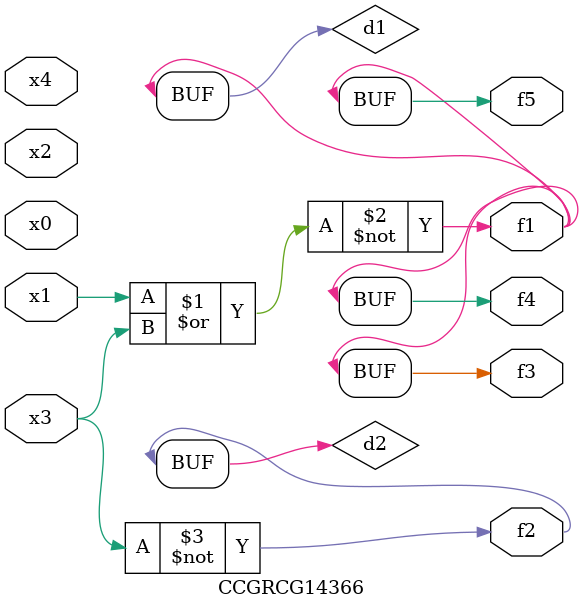
<source format=v>
module CCGRCG14366(
	input x0, x1, x2, x3, x4,
	output f1, f2, f3, f4, f5
);

	wire d1, d2;

	nor (d1, x1, x3);
	not (d2, x3);
	assign f1 = d1;
	assign f2 = d2;
	assign f3 = d1;
	assign f4 = d1;
	assign f5 = d1;
endmodule

</source>
